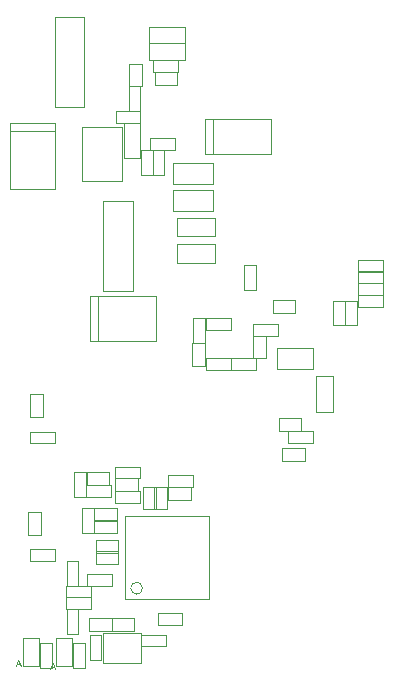
<source format=gbr>
%TF.GenerationSoftware,Altium Limited,Altium Designer,20.1.12 (249)*%
G04 Layer_Color=32768*
%FSLAX45Y45*%
%MOMM*%
%TF.SameCoordinates,4EE8302A-A9A8-49E0-93C5-14594FCB678D*%
%TF.FilePolarity,Positive*%
%TF.FileFunction,Other,M19_-_RefDes_Outline*%
%TF.Part,Single*%
G01*
G75*
%TA.AperFunction,NonConductor*%
%ADD137C,0.10000*%
D137*
X1727500Y715000D02*
G03*
X1727500Y715000I-50000J0D01*
G01*
X2322500Y3905000D02*
Y4084999D01*
X1982500Y3905000D02*
Y4084999D01*
Y3905000D02*
X2322500D01*
X1982500Y4084999D02*
X2322500D01*
X2017500Y3692500D02*
Y3852500D01*
Y3692500D02*
X2337500D01*
Y3852500D01*
X2017500D02*
X2337500D01*
X2017500Y3692500D02*
X2337500D01*
X2017500D02*
Y3852500D01*
X2337500Y3692500D02*
Y3852500D01*
X2017500D02*
X2337500D01*
X1570000Y4354999D02*
Y4654999D01*
X1710000D01*
Y4354999D02*
Y4654999D01*
X1570000Y4354999D02*
X1710000D01*
X1217500Y4160000D02*
X1552500D01*
X1217500Y4620000D02*
X1552500D01*
X1217500Y4160000D02*
Y4620000D01*
X1552500Y4160000D02*
Y4620000D01*
X2880000Y2042501D02*
X3070000D01*
X2880000D02*
Y2152500D01*
X3070000D01*
Y2042501D02*
Y2152500D01*
X3197500Y2207500D02*
Y2507500D01*
X3337500D01*
Y2207500D02*
Y2507500D01*
X3197500Y2207500D02*
X3337500D01*
X992500Y57500D02*
Y295000D01*
X1132500D01*
X992500Y57500D02*
X1132500D01*
Y295000D01*
X2322500Y4390000D02*
Y4690000D01*
X2812500Y4390000D02*
Y4690000D01*
X2252500D02*
X2812500D01*
X2252500Y4390000D02*
Y4690000D01*
Y4390000D02*
X2812500D01*
X1350000Y2807500D02*
Y3187500D01*
X1840000Y2807500D02*
Y3187500D01*
X1280000D02*
X1840000D01*
X1280000Y2807500D02*
Y3187500D01*
Y2807500D02*
X1840000D01*
X882500Y2167500D02*
Y2357500D01*
X772500Y2167500D02*
X882500D01*
X772500D02*
Y2357500D01*
X882500D01*
X2867500Y2572501D02*
X3167500D01*
X2867500Y2752501D02*
X3167500D01*
X2867500Y2572501D02*
X3167500D01*
X2867500D02*
Y2752501D01*
X3167500Y2572501D02*
Y2752501D01*
X2867500D02*
X3167500D01*
X1812500Y4424999D02*
X1912500D01*
Y4214999D02*
Y4424999D01*
X1812500Y4214999D02*
X1912500D01*
X1812500D02*
Y4424999D01*
X3172500Y1942501D02*
Y2042500D01*
X2962500Y1942501D02*
X3172500D01*
X2962500D02*
Y2042500D01*
X3172500D01*
X1582500Y620000D02*
X2287500D01*
X1582500Y1325000D02*
X2287500D01*
X1582500Y620000D02*
Y1325000D01*
X2287500Y620000D02*
Y1325000D01*
X1645000Y3235000D02*
Y3995000D01*
X1395000Y3235000D02*
X1645000D01*
X1395000Y3995000D02*
X1645000D01*
X1395000Y3235000D02*
Y3995000D01*
X1392500Y77500D02*
Y337500D01*
X1712500Y77500D02*
Y337500D01*
X1392500Y77500D02*
X1712500D01*
X1392500Y337500D02*
X1712500D01*
X982500Y4790000D02*
Y5550000D01*
X1232500D01*
X982500Y4790000D02*
X1232500D01*
Y5550000D01*
X1247500Y1490000D02*
X1457500D01*
Y1590000D01*
X1247500D02*
X1457500D01*
X1247500Y1490000D02*
Y1590000D01*
X1447500Y1590000D02*
Y1700000D01*
X1257500D02*
X1447500D01*
X1257500Y1590000D02*
Y1700000D01*
Y1590000D02*
X1447500D01*
X1140000Y40000D02*
Y250000D01*
Y40000D02*
X1240000D01*
Y250000D01*
X1140000D02*
X1240000D01*
X1825000Y1385000D02*
X1935000D01*
Y1575000D01*
X1825000D02*
X1935000D01*
X1825000Y1385000D02*
Y1575000D01*
X1317500Y1180000D02*
Y1290000D01*
Y1180000D02*
X1507500D01*
Y1290000D01*
X1317500D02*
X1507500D01*
X867500Y1167500D02*
Y1357500D01*
X757500Y1167500D02*
X867500D01*
X757500D02*
Y1357500D01*
X867500D01*
X1657500Y350000D02*
Y460000D01*
X1467500D02*
X1657500D01*
X1467500Y350000D02*
Y460000D01*
Y350000D02*
X1657500D01*
X1085000Y327500D02*
Y537500D01*
Y327500D02*
X1185000D01*
Y537500D01*
X1085000D02*
X1185000D01*
X1247500Y1490000D02*
Y1700000D01*
X1147500D02*
X1247500D01*
X1147500Y1490000D02*
Y1700000D01*
Y1490000D02*
X1247500D01*
X2257500Y2790000D02*
Y3000000D01*
X2157500D02*
X2257500D01*
X2157500Y2790000D02*
Y3000000D01*
Y2790000D02*
X2257500D01*
X2147500Y2600000D02*
X2257500D01*
Y2790000D01*
X2147500D02*
X2257500D01*
X2147500Y2600000D02*
Y2790000D01*
X1610000Y5155000D02*
X1720000D01*
X1610000Y4964999D02*
Y5155000D01*
Y4964999D02*
X1720000D01*
Y5155000D01*
X2662500Y2950000D02*
X2872499D01*
X2662500Y2850000D02*
Y2950000D01*
Y2850000D02*
X2872499D01*
Y2950000D01*
X3555000Y3295000D02*
X3765000D01*
X3555000Y3195000D02*
Y3295000D01*
Y3195000D02*
X3765000D01*
Y3295000D01*
X2685000Y3237500D02*
Y3447500D01*
X2585000D02*
X2685000D01*
X2585000Y3237500D02*
Y3447500D01*
Y3237500D02*
X2685000D01*
X1610000Y4755000D02*
Y4964999D01*
Y4755000D02*
X1710000D01*
Y4964999D01*
X1610000D02*
X1710000D01*
X1820000Y5085000D02*
X2030000D01*
Y5185000D01*
X1820000D02*
X2030000D01*
X1820000Y5085000D02*
Y5185000D01*
X605000Y4092500D02*
Y4652500D01*
X985000D01*
Y4092500D02*
Y4652500D01*
X605000Y4092500D02*
X985000D01*
X605000Y4582500D02*
X985000D01*
X1380000Y105000D02*
Y315000D01*
X1280000D02*
X1380000D01*
X1280000Y105000D02*
Y315000D01*
Y105000D02*
X1380000D01*
X1277500Y350000D02*
Y460000D01*
Y350000D02*
X1467500D01*
Y460000D01*
X1277500D02*
X1467500D01*
X1520000Y1012500D02*
Y1122500D01*
X1330000D02*
X1520000D01*
X1330000Y1012500D02*
Y1122500D01*
Y1012500D02*
X1520000D01*
X1942500Y1570000D02*
X2152500D01*
Y1670000D01*
X1942500D02*
X2152500D01*
X1942500Y1570000D02*
Y1670000D01*
X852500Y57500D02*
Y295000D01*
X712500Y57500D02*
X852500D01*
X712500Y295000D02*
X852500D01*
X712500Y57500D02*
Y295000D01*
X1185000Y737500D02*
Y947500D01*
X1085000D02*
X1185000D01*
X1085000Y737500D02*
Y947500D01*
Y737500D02*
X1185000D01*
X2135000Y1460000D02*
Y1570000D01*
X1945000D02*
X2135000D01*
X1945000Y1460000D02*
Y1570000D01*
Y1460000D02*
X2135000D01*
X1855000Y402500D02*
X2065000D01*
Y502500D01*
X1855000D02*
X2065000D01*
X1855000Y402500D02*
Y502500D01*
X1500000Y4655000D02*
X1710000D01*
Y4755000D01*
X1500000D02*
X1710000D01*
X1500000Y4655000D02*
Y4755000D01*
X2267500Y2660000D02*
X2477499D01*
X2267500Y2560000D02*
Y2660000D01*
Y2560000D02*
X2477499D01*
Y2660000D01*
X2017500Y3470000D02*
X2337500D01*
X2017500D02*
Y3630000D01*
X2337500Y3470000D02*
Y3630000D01*
X2017500D02*
X2337500D01*
X2017500Y3470000D02*
X2337500D01*
X2017500D02*
Y3630000D01*
X2337500D01*
Y3470000D02*
Y3630000D01*
X3555001Y3295000D02*
X3765000D01*
Y3395000D01*
X3555001D02*
X3765000D01*
X3555001Y3295000D02*
Y3395000D01*
X1832500Y4972500D02*
Y5082499D01*
Y4972500D02*
X2022500D01*
Y5082499D01*
X1832500D02*
X2022500D01*
X860000Y40000D02*
Y250000D01*
Y40000D02*
X960000D01*
Y250000D01*
X860000D02*
X960000D01*
X1492500Y1435000D02*
X1702500D01*
Y1535000D01*
X1492500D02*
X1702500D01*
X1492500Y1435000D02*
Y1535000D01*
X777500Y1045000D02*
X987500D01*
X777500Y945000D02*
Y1045000D01*
Y945000D02*
X987500D01*
Y1045000D01*
X1687500Y1535000D02*
Y1645000D01*
X1497500D02*
X1687500D01*
X1497500Y1535000D02*
Y1645000D01*
Y1535000D02*
X1687500D01*
X1735000Y1575000D02*
X1845000D01*
X1735000Y1385000D02*
Y1575000D01*
Y1385000D02*
X1845000D01*
Y1575000D01*
X1080000Y637500D02*
X1290000D01*
Y737500D01*
X1080000D02*
X1290000D01*
X1080000Y637500D02*
Y737500D01*
X1492500Y1745000D02*
X1702500D01*
X1492500Y1645000D02*
Y1745000D01*
Y1645000D02*
X1702500D01*
Y1745000D01*
X2267500Y2902500D02*
X2477500D01*
Y3002500D01*
X2267500D02*
X2477500D01*
X2267500Y2902500D02*
Y3002500D01*
X2662500Y2660000D02*
X2772500D01*
Y2850000D01*
X2662500D02*
X2772500D01*
X2662500Y2660000D02*
Y2850000D01*
X1785000Y5187499D02*
Y5327500D01*
Y5187499D02*
X2085000D01*
Y5327500D01*
X1785000D02*
X2085000D01*
X3442500Y2940000D02*
Y3150000D01*
Y2940000D02*
X3542500D01*
Y3150000D01*
X3442500D02*
X3542500D01*
X3442500Y2940000D02*
Y3150000D01*
X3342501D02*
X3442500D01*
X3342501Y2940000D02*
Y3150000D01*
Y2940000D02*
X3442500D01*
X3022500Y3045000D02*
Y3155000D01*
X2832500D02*
X3022500D01*
X2832500Y3045000D02*
Y3155000D01*
Y3045000D02*
X3022500D01*
X1982500Y4314999D02*
X2322500D01*
X1982500Y4134999D02*
X2322500D01*
X1982500D02*
Y4314999D01*
X2322500Y4134999D02*
Y4314999D01*
X1812500Y4215000D02*
Y4425000D01*
X1712500D02*
X1812500D01*
X1712500Y4215000D02*
Y4425000D01*
Y4215000D02*
X1812500D01*
X1330000Y922500D02*
Y1032500D01*
Y922500D02*
X1520000D01*
Y1032500D01*
X1330000D02*
X1520000D01*
X1217500Y1182500D02*
Y1392500D01*
Y1182500D02*
X1317500D01*
Y1392500D01*
X1217500D02*
X1317500D01*
X1317500Y1285000D02*
Y1395000D01*
Y1285000D02*
X1507500D01*
Y1395000D01*
X1317500D02*
X1507500D01*
X1260000Y837500D02*
X1470000D01*
X1260000Y737500D02*
Y837500D01*
Y737500D02*
X1470000D01*
Y837500D01*
X2910000Y1795000D02*
Y1905000D01*
Y1795000D02*
X3100000D01*
Y1905000D01*
X2910000D02*
X3100000D01*
X1790000Y4425000D02*
X2000000D01*
Y4525000D01*
X1790000D02*
X2000000D01*
X1790000Y4425000D02*
Y4525000D01*
X2477500Y2560000D02*
X2687500D01*
Y2660000D01*
X2477500D02*
X2687500D01*
X2477500Y2560000D02*
Y2660000D01*
X3555001Y3095000D02*
X3765000D01*
Y3195000D01*
X3555001D02*
X3765000D01*
X3555001Y3095000D02*
Y3195000D01*
X3555000Y3497500D02*
X3765000D01*
X3555000Y3397500D02*
Y3497500D01*
Y3397500D02*
X3765000D01*
Y3497500D01*
X1080000Y537500D02*
X1290000D01*
Y637500D01*
X1080000D02*
X1290000D01*
X1080000Y537500D02*
Y637500D01*
X1712500Y322500D02*
X1922500D01*
X1712500Y222500D02*
Y322500D01*
Y222500D02*
X1922500D01*
Y322500D01*
X1785000Y5327499D02*
Y5467500D01*
Y5327499D02*
X2085000D01*
Y5467500D01*
X1785000D02*
X2085000D01*
X777500Y2040000D02*
X987500D01*
X777500Y1940000D02*
Y2040000D01*
Y1940000D02*
X987500D01*
Y2040000D01*
X985587Y30000D02*
X966543Y79989D01*
X947500Y30000D01*
X954641Y46663D02*
X978446D01*
X695587Y60000D02*
X676543Y109989D01*
X657500Y60000D01*
X664641Y76663D02*
X688446D01*
%TF.MD5,f335c96fdb99d15e548e37d248bf05e0*%
M02*

</source>
